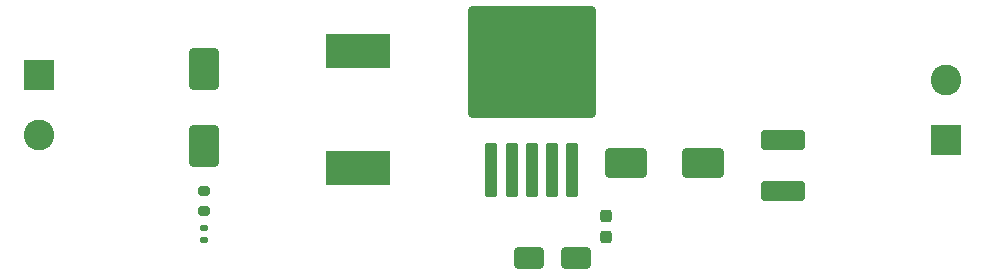
<source format=gbr>
%TF.GenerationSoftware,KiCad,Pcbnew,8.0.4*%
%TF.CreationDate,2024-09-09T00:03:51+05:30*%
%TF.ProjectId,buck conv,6275636b-2063-46f6-9e76-2e6b69636164,rev?*%
%TF.SameCoordinates,Original*%
%TF.FileFunction,Soldermask,Top*%
%TF.FilePolarity,Negative*%
%FSLAX46Y46*%
G04 Gerber Fmt 4.6, Leading zero omitted, Abs format (unit mm)*
G04 Created by KiCad (PCBNEW 8.0.4) date 2024-09-09 00:03:51*
%MOMM*%
%LPD*%
G01*
G04 APERTURE LIST*
G04 Aperture macros list*
%AMRoundRect*
0 Rectangle with rounded corners*
0 $1 Rounding radius*
0 $2 $3 $4 $5 $6 $7 $8 $9 X,Y pos of 4 corners*
0 Add a 4 corners polygon primitive as box body*
4,1,4,$2,$3,$4,$5,$6,$7,$8,$9,$2,$3,0*
0 Add four circle primitives for the rounded corners*
1,1,$1+$1,$2,$3*
1,1,$1+$1,$4,$5*
1,1,$1+$1,$6,$7*
1,1,$1+$1,$8,$9*
0 Add four rect primitives between the rounded corners*
20,1,$1+$1,$2,$3,$4,$5,0*
20,1,$1+$1,$4,$5,$6,$7,0*
20,1,$1+$1,$6,$7,$8,$9,0*
20,1,$1+$1,$8,$9,$2,$3,0*%
G04 Aperture macros list end*
%ADD10RoundRect,0.250000X1.000000X-1.500000X1.000000X1.500000X-1.000000X1.500000X-1.000000X-1.500000X0*%
%ADD11RoundRect,0.237500X-0.237500X0.300000X-0.237500X-0.300000X0.237500X-0.300000X0.237500X0.300000X0*%
%ADD12R,2.600000X2.600000*%
%ADD13C,2.600000*%
%ADD14RoundRect,0.250000X0.300000X-2.050000X0.300000X2.050000X-0.300000X2.050000X-0.300000X-2.050000X0*%
%ADD15RoundRect,0.250002X5.149998X-4.449998X5.149998X4.449998X-5.149998X4.449998X-5.149998X-4.449998X0*%
%ADD16RoundRect,0.250000X-1.500000X-1.000000X1.500000X-1.000000X1.500000X1.000000X-1.500000X1.000000X0*%
%ADD17RoundRect,0.250000X-1.000000X-0.650000X1.000000X-0.650000X1.000000X0.650000X-1.000000X0.650000X0*%
%ADD18RoundRect,0.200000X-0.275000X0.200000X-0.275000X-0.200000X0.275000X-0.200000X0.275000X0.200000X0*%
%ADD19RoundRect,0.147500X0.172500X-0.147500X0.172500X0.147500X-0.172500X0.147500X-0.172500X-0.147500X0*%
%ADD20R,5.400000X2.900000*%
%ADD21RoundRect,0.250000X1.625000X-0.587500X1.625000X0.587500X-1.625000X0.587500X-1.625000X-0.587500X0*%
G04 APERTURE END LIST*
D10*
%TO.C,C3*%
X138000000Y-119500000D03*
X138000000Y-113000000D03*
%TD*%
D11*
%TO.C,C2*%
X172000000Y-125500000D03*
X172000000Y-127225000D03*
%TD*%
D12*
%TO.C,J2*%
X124000000Y-113500000D03*
D13*
X124000000Y-118580000D03*
%TD*%
D14*
%TO.C,U1*%
X162325000Y-121575000D03*
X164025000Y-121575000D03*
X165725000Y-121575000D03*
D15*
X165725000Y-112425000D03*
D14*
X167425000Y-121575000D03*
X169125000Y-121575000D03*
%TD*%
D16*
%TO.C,C1*%
X173750000Y-121000000D03*
X180250000Y-121000000D03*
%TD*%
D17*
%TO.C,D2*%
X165500000Y-129000000D03*
X169500000Y-129000000D03*
%TD*%
D18*
%TO.C,R1*%
X138000000Y-123350000D03*
X138000000Y-125000000D03*
%TD*%
D19*
%TO.C,D3*%
X138000000Y-127485000D03*
X138000000Y-126515000D03*
%TD*%
D12*
%TO.C,J1*%
X200805000Y-119045000D03*
D13*
X200805000Y-113965000D03*
%TD*%
D20*
%TO.C,L1*%
X151000000Y-121400000D03*
X151000000Y-111500000D03*
%TD*%
D21*
%TO.C,D1*%
X187000000Y-123375000D03*
X187000000Y-119000000D03*
%TD*%
M02*

</source>
